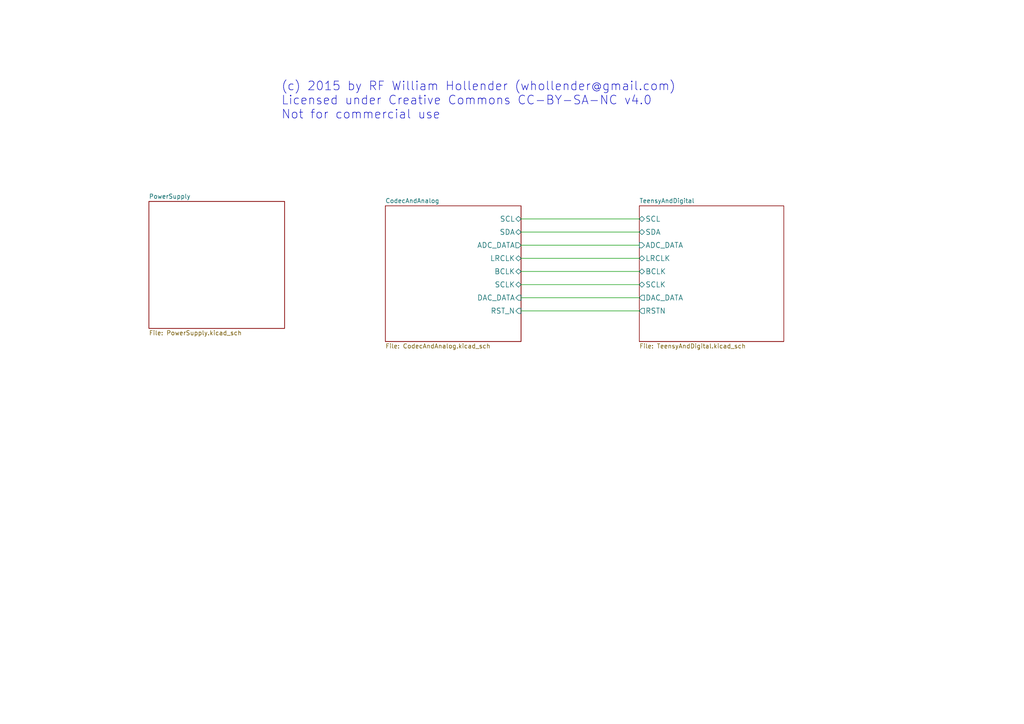
<source format=kicad_sch>
(kicad_sch
	(version 20250114)
	(generator "eeschema")
	(generator_version "9.0")
	(uuid "01f65e03-4e05-4001-87b4-b3e88e4198ab")
	(paper "A4")
	(title_block
		(title "24 bit audio board for Teensy 3.x")
		(date "10 may 2015")
		(rev "0.1a")
		(company "RF William Hollender")
	)
	(lib_symbols)
	(text "(c) 2015 by RF William Hollender (whollender@gmail.com)\nLicensed under Creative Commons CC-BY-SA-NC v4.0\nNot for commercial use"
		(exclude_from_sim no)
		(at 81.534 34.798 0)
		(effects
			(font
				(size 2.54 2.54)
			)
			(justify left bottom)
		)
		(uuid "d3547e9d-1e02-4780-b129-d8d5d536a63c")
	)
	(wire
		(pts
			(xy 151.13 82.55) (xy 185.42 82.55)
		)
		(stroke
			(width 0)
			(type default)
		)
		(uuid "7627b7d6-e82e-4a0a-907b-30eb4fb3de0e")
	)
	(wire
		(pts
			(xy 151.13 74.93) (xy 185.42 74.93)
		)
		(stroke
			(width 0)
			(type default)
		)
		(uuid "804d459a-d07d-43bf-9605-ac91ff0a07a1")
	)
	(wire
		(pts
			(xy 151.13 78.74) (xy 185.42 78.74)
		)
		(stroke
			(width 0)
			(type default)
		)
		(uuid "9a240a43-eeaf-48ee-842a-555f414e7063")
	)
	(wire
		(pts
			(xy 151.13 63.5) (xy 185.42 63.5)
		)
		(stroke
			(width 0)
			(type default)
		)
		(uuid "9aaba703-c73d-430a-834c-2b7cfa6026de")
	)
	(wire
		(pts
			(xy 151.13 90.17) (xy 185.42 90.17)
		)
		(stroke
			(width 0)
			(type default)
		)
		(uuid "9befc0bd-c73d-4ea8-9c81-02c39c569b0d")
	)
	(wire
		(pts
			(xy 151.13 71.12) (xy 185.42 71.12)
		)
		(stroke
			(width 0)
			(type default)
		)
		(uuid "bb0b8c53-5ce6-4748-af43-4616a69b7e78")
	)
	(wire
		(pts
			(xy 151.13 67.31) (xy 185.42 67.31)
		)
		(stroke
			(width 0)
			(type default)
		)
		(uuid "c0135a53-1f64-431c-81b1-b88e80df4ace")
	)
	(wire
		(pts
			(xy 151.13 86.36) (xy 185.42 86.36)
		)
		(stroke
			(width 0)
			(type default)
		)
		(uuid "e1f9e5fa-59ca-4286-b004-40f2d5c2c4d7")
	)
	(sheet
		(at 185.42 59.69)
		(size 41.91 39.37)
		(exclude_from_sim no)
		(in_bom yes)
		(on_board yes)
		(dnp no)
		(fields_autoplaced yes)
		(stroke
			(width 0)
			(type solid)
		)
		(fill
			(color 0 0 0 0.0000)
		)
		(uuid "00000000-0000-0000-0000-00005438b6cb")
		(property "Sheetname" "TeensyAndDigital"
			(at 185.42 58.9784 0)
			(effects
				(font
					(size 1.27 1.27)
				)
				(justify left bottom)
			)
		)
		(property "Sheetfile" "TeensyAndDigital.kicad_sch"
			(at 185.42 99.6446 0)
			(effects
				(font
					(size 1.27 1.27)
				)
				(justify left top)
			)
		)
		(pin "SCL" bidirectional
			(at 185.42 63.5 180)
			(uuid "3c60fd25-39c5-4e5c-b73f-d59d96baf118")
			(effects
				(font
					(size 1.524 1.524)
				)
				(justify left)
			)
		)
		(pin "SDA" bidirectional
			(at 185.42 67.31 180)
			(uuid "4d2682e2-bea7-4286-9a75-dd6a074bb5b1")
			(effects
				(font
					(size 1.524 1.524)
				)
				(justify left)
			)
		)
		(pin "ADC_DATA" input
			(at 185.42 71.12 180)
			(uuid "f0a6f551-50e6-47a2-99ed-cac0de2ee0e5")
			(effects
				(font
					(size 1.524 1.524)
				)
				(justify left)
			)
		)
		(pin "DAC_DATA" output
			(at 185.42 86.36 180)
			(uuid "435f7edf-9437-4922-babe-5562d0040215")
			(effects
				(font
					(size 1.524 1.524)
				)
				(justify left)
			)
		)
		(pin "RSTN" output
			(at 185.42 90.17 180)
			(uuid "95ff7152-229c-4286-bfc8-bda9a241be5d")
			(effects
				(font
					(size 1.524 1.524)
				)
				(justify left)
			)
		)
		(pin "LRCLK" bidirectional
			(at 185.42 74.93 180)
			(uuid "b77f1b42-34cf-4143-b123-c71c9e06e72d")
			(effects
				(font
					(size 1.524 1.524)
				)
				(justify left)
			)
		)
		(pin "BCLK" bidirectional
			(at 185.42 78.74 180)
			(uuid "65cb01f4-787d-4af7-aef3-8d7e865c01a9")
			(effects
				(font
					(size 1.524 1.524)
				)
				(justify left)
			)
		)
		(pin "SCLK" bidirectional
			(at 185.42 82.55 180)
			(uuid "8dc374b3-fd5d-46d6-8b02-709e026c0721")
			(effects
				(font
					(size 1.524 1.524)
				)
				(justify left)
			)
		)
		(instances
			(project "SuperAudioBoard"
				(path "/01f65e03-4e05-4001-87b4-b3e88e4198ab"
					(page "8")
				)
			)
		)
	)
	(sheet
		(at 111.76 59.69)
		(size 39.37 39.37)
		(exclude_from_sim no)
		(in_bom yes)
		(on_board yes)
		(dnp no)
		(fields_autoplaced yes)
		(stroke
			(width 0)
			(type solid)
		)
		(fill
			(color 0 0 0 0.0000)
		)
		(uuid "00000000-0000-0000-0000-00005438c479")
		(property "Sheetname" "CodecAndAnalog"
			(at 111.76 58.9784 0)
			(effects
				(font
					(size 1.27 1.27)
				)
				(justify left bottom)
			)
		)
		(property "Sheetfile" "CodecAndAnalog.kicad_sch"
			(at 111.76 99.6446 0)
			(effects
				(font
					(size 1.27 1.27)
				)
				(justify left top)
			)
		)
		(pin "SCLK" bidirectional
			(at 151.13 82.55 0)
			(uuid "0a133759-291e-453f-80f8-fbc19d554b32")
			(effects
				(font
					(size 1.524 1.524)
				)
				(justify right)
			)
		)
		(pin "LRCLK" bidirectional
			(at 151.13 74.93 0)
			(uuid "ccf8d94a-0a3d-42d0-91d0-d1ab73cdd012")
			(effects
				(font
					(size 1.524 1.524)
				)
				(justify right)
			)
		)
		(pin "BCLK" bidirectional
			(at 151.13 78.74 0)
			(uuid "9f7e1269-97d2-4a5b-91dd-4c879225bf67")
			(effects
				(font
					(size 1.524 1.524)
				)
				(justify right)
			)
		)
		(pin "ADC_DATA" output
			(at 151.13 71.12 0)
			(uuid "5e413aef-98c8-4d28-a3d5-31ab26c52db4")
			(effects
				(font
					(size 1.524 1.524)
				)
				(justify right)
			)
		)
		(pin "DAC_DATA" input
			(at 151.13 86.36 0)
			(uuid "b96a0a08-1122-41f0-8895-904bb3501902")
			(effects
				(font
					(size 1.524 1.524)
				)
				(justify right)
			)
		)
		(pin "SDA" bidirectional
			(at 151.13 67.31 0)
			(uuid "47bdb508-e36e-4f13-b5b1-1c6a1a7d3c26")
			(effects
				(font
					(size 1.524 1.524)
				)
				(justify right)
			)
		)
		(pin "SCL" bidirectional
			(at 151.13 63.5 0)
			(uuid "e5b59763-a2a8-4756-a269-e8e039064564")
			(effects
				(font
					(size 1.524 1.524)
				)
				(justify right)
			)
		)
		(pin "RST_N" input
			(at 151.13 90.17 0)
			(uuid "ea5dbf88-3580-4284-be9e-c2514172ab98")
			(effects
				(font
					(size 1.524 1.524)
				)
				(justify right)
			)
		)
		(instances
			(project "SuperAudioBoard"
				(path "/01f65e03-4e05-4001-87b4-b3e88e4198ab"
					(page "3")
				)
			)
		)
	)
	(sheet
		(at 43.18 58.42)
		(size 39.37 36.83)
		(exclude_from_sim no)
		(in_bom yes)
		(on_board yes)
		(dnp no)
		(fields_autoplaced yes)
		(stroke
			(width 0)
			(type solid)
		)
		(fill
			(color 0 0 0 0.0000)
		)
		(uuid "00000000-0000-0000-0000-000054459109")
		(property "Sheetname" "PowerSupply"
			(at 43.18 57.7084 0)
			(effects
				(font
					(size 1.27 1.27)
				)
				(justify left bottom)
			)
		)
		(property "Sheetfile" "PowerSupply.kicad_sch"
			(at 43.18 95.8346 0)
			(effects
				(font
					(size 1.27 1.27)
				)
				(justify left top)
			)
		)
		(instances
			(project "SuperAudioBoard"
				(path "/01f65e03-4e05-4001-87b4-b3e88e4198ab"
					(page "2")
				)
			)
		)
	)
	(sheet_instances
		(path "/"
			(page "1")
		)
	)
	(embedded_fonts no)
)

</source>
